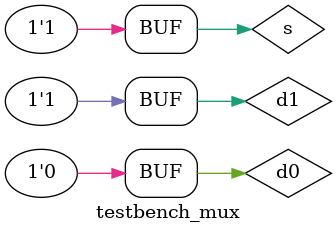
<source format=v>
module mux(y,s,d0,d1);
	input d0,d1,s;
	output y;
	wire t1,t2,sbar;
	nand(sbar,s,s);
	nand(t1,d1,s);
	nand(t2,d0,sbar);
	nand(y,t1,t2);
endmodule

module testbench_mux();
    reg s,d0,d1;
    wire y;
    mux m1(y,s,d0,d1);
    initial
        begin
            $monitor("y=%b s=%b d0=%b d1=%b",y,s,d0,d1);
            d0=0; d1=1;
            s=0; #10;
            s=1; #10;
        end
endmodule

</source>
